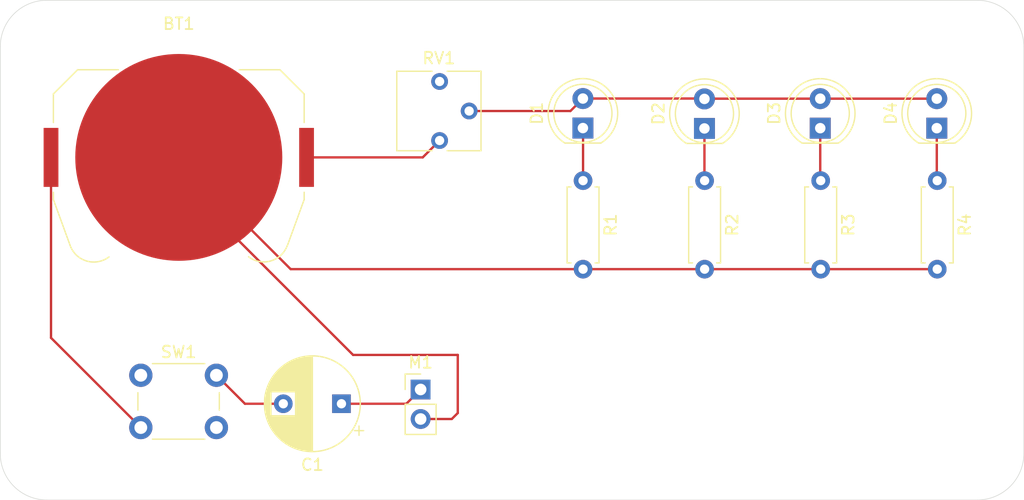
<source format=kicad_pcb>
(kicad_pcb (version 20241229) (generator "pcbnew") (generator_version "9.0")
  (layers (0 "F.Cu" signal) (2 "B.Cu" signal) (13 "F.Paste" user) (15 "B.Paste" user) (5 "F.SilkS" user "F.Silkscreen") (7 "B.SilkS" user "B.Silkscreen") (1 "F.Mask" user) (3 "B.Mask" user) (25 "Edge.Cuts" user))
  (net 0 "")
  (net 1 "Net-(BT1--)")
  (net 2 "Net-(BT1-+)")
  (net 3 "Net-(M1-+)")
  (net 4 "Net-(D1-K)")
  (net 5 "Net-(D1-A)")
  (net 6 "Net-(D2-K)")
  (net 7 "Net-(D3-K)")
  (net 8 "Net-(D4-K)")
  (net 10 "Net-(C1-Pad2)")
  (footprint "LED_THT:LED_D5.0mm" (layer "F.Cu") (at 152.757951 87.476061 90)
    (property "Reference" "D1" (at 1.27 -3.96 90) (layer "F.SilkS"))
    (property "Value" "LED")
    (fp_line (start -1.29 -1.545) (end -1.29 1.545) (stroke (width 0.12)) (layer "F.SilkS"))
    (fp_arc (start -1.29 -1.54483) (mid 2.071756 -2.880501) (end 4.26 -0.000048) (stroke (width 0.12)) (layer "F.SilkS"))
    (fp_arc (start 4.26 0.000048) (mid 2.071756 2.880501) (end -1.29 1.54483) (stroke (width 0.12)) (layer "F.SilkS"))
    (fp_circle (center 1.27 0) (end 3.77 0) (stroke (width 0.12)) (fill no) (layer "F.SilkS"))
    (pad "1" thru_hole rect (at 0 0 90) (size 1.8 1.8) (drill 0.9) (layers "*.Cu" "*.Mask") (net 4 "Net-(D1-K)"))
    (pad "2" thru_hole circle (at 2.54 0 90) (size 1.8 1.8) (drill 0.9) (layers "*.Cu" "*.Mask") (net 5 "Net-(D1-A)"))
  )
  (footprint "Resistor_THT:R_Axial_DIN0207_L6.3mm_D2.5mm_P7.62mm_Horizontal" (layer "F.Cu") (at 173.201831 92 -90)
    (property "Reference" "R3" (at 3.81 -2.37 90) (layer "F.SilkS"))
    (property "Value" "R")
    (fp_line (start 0.54 1.37) (end 7.08 1.37) (stroke (width 0.12)) (layer "F.SilkS"))
    (fp_line (start 7.08 1.37) (end 7.08 1.04) (stroke (width 0.12)) (layer "F.SilkS"))
    (fp_line (start 0.54 1.04) (end 0.54 1.37) (stroke (width 0.12)) (layer "F.SilkS"))
    (fp_line (start 0.54 -1.04) (end 0.54 -1.37) (stroke (width 0.12)) (layer "F.SilkS"))
    (fp_line (start 0.54 -1.37) (end 7.08 -1.37) (stroke (width 0.12)) (layer "F.SilkS"))
    (fp_line (start 7.08 -1.37) (end 7.08 -1.04) (stroke (width 0.12)) (layer "F.SilkS"))
    (pad "1" thru_hole circle (at 0 0 270) (size 1.6 1.6) (drill 0.8) (layers "*.Cu" "*.Mask") (net 7 "Net-(D3-K)"))
    (pad "2" thru_hole oval (at 7.62 0 270) (size 1.6 1.6) (drill 0.8) (layers "*.Cu" "*.Mask") (net 1 "Net-(BT1--)"))
  )
  (footprint "Resistor_THT:R_Axial_DIN0207_L6.3mm_D2.5mm_P7.62mm_Horizontal" (layer "F.Cu") (at 183.221374 92 -90)
    (property "Reference" "R4" (at 3.81 -2.37 90) (layer "F.SilkS"))
    (property "Value" "R")
    (fp_line (start 0.54 1.37) (end 7.08 1.37) (stroke (width 0.12)) (layer "F.SilkS"))
    (fp_line (start 7.08 1.37) (end 7.08 1.04) (stroke (width 0.12)) (layer "F.SilkS"))
    (fp_line (start 0.54 1.04) (end 0.54 1.37) (stroke (width 0.12)) (layer "F.SilkS"))
    (fp_line (start 0.54 -1.04) (end 0.54 -1.37) (stroke (width 0.12)) (layer "F.SilkS"))
    (fp_line (start 0.54 -1.37) (end 7.08 -1.37) (stroke (width 0.12)) (layer "F.SilkS"))
    (fp_line (start 7.08 -1.37) (end 7.08 -1.04) (stroke (width 0.12)) (layer "F.SilkS"))
    (pad "1" thru_hole circle (at 0 0 270) (size 1.6 1.6) (drill 0.8) (layers "*.Cu" "*.Mask") (net 8 "Net-(D4-K)"))
    (pad "2" thru_hole oval (at 7.62 0 270) (size 1.6 1.6) (drill 0.8) (layers "*.Cu" "*.Mask") (net 1 "Net-(BT1--)"))
  )
  (footprint "Connector_PinHeader_2.54mm:PinHeader_1x02_P2.54mm_Vertical" (layer "F.Cu") (at 138.806435 109.974528)
    (property "Reference" "M1" (at 0 -2.33 0) (layer "F.SilkS"))
    (property "Value" "Motor_DC")
    (fp_line (start -1.33 -1.33) (end 0 -1.33) (stroke (width 0.12)) (layer "F.SilkS"))
    (fp_line (start -1.33 0) (end -1.33 -1.33) (stroke (width 0.12)) (layer "F.SilkS"))
    (fp_line (start -1.33 1.27) (end -1.33 3.87) (stroke (width 0.12)) (layer "F.SilkS"))
    (fp_line (start -1.33 1.27) (end 1.33 1.27) (stroke (width 0.12)) (layer "F.SilkS"))
    (fp_line (start -1.33 3.87) (end 1.33 3.87) (stroke (width 0.12)) (layer "F.SilkS"))
    (fp_line (start 1.33 1.27) (end 1.33 3.87) (stroke (width 0.12)) (layer "F.SilkS"))
    (pad "1" thru_hole rect (at 0 0) (size 1.7 1.7) (drill 1) (layers "*.Cu" "*.Mask") (net 3 "Net-(M1-+)"))
    (pad "2" thru_hole oval (at 0 2.54) (size 1.7 1.7) (drill 1) (layers "*.Cu" "*.Mask") (net 1 "Net-(BT1--)"))
  )
  (footprint "Button_Switch_THT:SW_PUSH_6mm" (layer "F.Cu") (at 114.75 108.75)
    (property "Reference" "SW1" (at 3.25 -2 0) (layer "F.SilkS"))
    (property "Value" "SW_Push")
    (fp_line (start -0.25 1.5) (end -0.25 3) (stroke (width 0.12)) (layer "F.SilkS"))
    (fp_line (start 1 5.5) (end 5.5 5.5) (stroke (width 0.12)) (layer "F.SilkS"))
    (fp_line (start 5.5 -1) (end 1 -1) (stroke (width 0.12)) (layer "F.SilkS"))
    (fp_line (start 6.75 3) (end 6.75 1.5) (stroke (width 0.12)) (layer "F.SilkS"))
    (pad "1" thru_hole circle (at 0 0 90) (size 2 2) (drill 1.1) (layers "*.Cu" "*.Mask") (net 10 "Net-(C1-Pad2)"))
    (pad "1" thru_hole circle (at 6.5 0 90) (size 2 2) (drill 1.1) (layers "*.Cu" "*.Mask") (net 10 "Net-(C1-Pad2)"))
    (pad "2" thru_hole circle (at 0 4.5 90) (size 2 2) (drill 1.1) (layers "*.Cu" "*.Mask") (net 2 "Net-(BT1-+)"))
    (pad "2" thru_hole circle (at 6.5 4.5 90) (size 2 2) (drill 1.1) (layers "*.Cu" "*.Mask") (net 2 "Net-(BT1-+)"))
  )
  (footprint "Capacitor_THT:CP_Radial_D8.0mm_P5.00mm" (layer "F.Cu") (at 132 111.201326 180)
    (property "Reference" "C1" (at 2.5 -5.25 0) (layer "F.SilkS"))
    (property "Value" "C")
    (fp_line (start 6.581 -0.533) (end 6.581 0.533) (stroke (width 0.12)) (layer "F.SilkS"))
    (fp_line (start 6.541 -0.768) (end 6.541 0.768) (stroke (width 0.12)) (layer "F.SilkS"))
    (fp_line (start 6.501 -0.948) (end 6.501 0.948) (stroke (width 0.12)) (layer "F.SilkS"))
    (fp_line (start 6.461 -1.098) (end 6.461 1.098) (stroke (width 0.12)) (layer "F.SilkS"))
    (fp_line (start 6.421 -1.229) (end 6.421 1.229) (stroke (width 0.12)) (layer "F.SilkS"))
    (fp_line (start 6.381 -1.346) (end 6.381 1.346) (stroke (width 0.12)) (layer "F.SilkS"))
    (fp_line (start 6.341 -1.453) (end 6.341 1.453) (stroke (width 0.12)) (layer "F.SilkS"))
    (fp_line (start 6.301 -1.552) (end 6.301 1.552) (stroke (width 0.12)) (layer "F.SilkS"))
    (fp_line (start 6.261 -1.645) (end 6.261 1.645) (stroke (width 0.12)) (layer "F.SilkS"))
    (fp_line (start 6.221 -1.731) (end 6.221 1.731) (stroke (width 0.12)) (layer "F.SilkS"))
    (fp_line (start 6.181 -1.813) (end 6.181 1.813) (stroke (width 0.12)) (layer "F.SilkS"))
    (fp_line (start 6.141 -1.89) (end 6.141 1.89) (stroke (width 0.12)) (layer "F.SilkS"))
    (fp_line (start 6.101 -1.964) (end 6.101 1.964) (stroke (width 0.12)) (layer "F.SilkS"))
    (fp_line (start 6.061 -2.034) (end 6.061 2.034) (stroke (width 0.12)) (layer "F.SilkS"))
    (fp_line (start 6.021 1.04) (end 6.021 2.102) (stroke (width 0.12)) (layer "F.SilkS"))
    (fp_line (start 6.021 -2.102) (end 6.021 -1.04) (stroke (width 0.12)) (layer "F.SilkS"))
    (fp_line (start 5.981 1.04) (end 5.981 2.166) (stroke (width 0.12)) (layer "F.SilkS"))
    (fp_line (start 5.981 -2.166) (end 5.981 -1.04) (stroke (width 0.12)) (layer "F.SilkS"))
    (fp_line (start 5.941 1.04) (end 5.941 2.228) (stroke (width 0.12)) (layer "F.SilkS"))
    (fp_line (start 5.941 -2.228) (end 5.941 -1.04) (stroke (width 0.12)) (layer "F.SilkS"))
    (fp_line (start 5.901 1.04) (end 5.901 2.287) (stroke (width 0.12)) (layer "F.SilkS"))
    (fp_line (start 5.901 -2.287) (end 5.901 -1.04) (stroke (width 0.12)) (layer "F.SilkS"))
    (fp_line (start 5.861 1.04) (end 5.861 2.345) (stroke (width 0.12)) (layer "F.SilkS"))
    (fp_line (start 5.861 -2.345) (end 5.861 -1.04) (stroke (width 0.12)) (layer "F.SilkS"))
    (fp_line (start 5.821 1.04) (end 5.821 2.4) (stroke (width 0.12)) (layer "F.SilkS"))
    (fp_line (start 5.821 -2.4) (end 5.821 -1.04) (stroke (width 0.12)) (layer "F.SilkS"))
    (fp_line (start 5.781 1.04) (end 5.781 2.454) (stroke (width 0.12)) (layer "F.SilkS"))
    (fp_line (start 5.781 -2.454) (end 5.781 -1.04) (stroke (width 0.12)) (layer "F.SilkS"))
    (fp_line (start 5.741 1.04) (end 5.741 2.505) (stroke (width 0.12)) (layer "F.SilkS"))
    (fp_line (start 5.741 -2.505) (end 5.741 -1.04) (stroke (width 0.12)) (layer "F.SilkS"))
    (fp_line (start 5.701 1.04) (end 5.701 2.556) (stroke (width 0.12)) (layer "F.SilkS"))
    (fp_line (start 5.701 -2.556) (end 5.701 -1.04) (stroke (width 0.12)) (layer "F.SilkS"))
    (fp_line (start 5.661 1.04) (end 5.661 2.604) (stroke (width 0.12)) (layer "F.SilkS"))
    (fp_line (start 5.661 -2.604) (end 5.661 -1.04) (stroke (width 0.12)) (layer "F.SilkS"))
    (fp_line (start 5.621 1.04) (end 5.621 2.651) (stroke (width 0.12)) (layer "F.SilkS"))
    (fp_line (start 5.621 -2.651) (end 5.621 -1.04) (stroke (width 0.12)) (layer "F.SilkS"))
    (fp_line (start 5.581 1.04) (end 5.581 2.697) (stroke (width 0.12)) (layer "F.SilkS"))
    (fp_line (start 5.581 -2.697) (end 5.581 -1.04) (stroke (width 0.12)) (layer "F.SilkS"))
    (fp_line (start 5.541 1.04) (end 5.541 2.741) (stroke (width 0.12)) (layer "F.SilkS"))
    (fp_line (start 5.541 -2.741) (end 5.541 -1.04) (stroke (width 0.12)) (layer "F.SilkS"))
    (fp_line (start 5.501 1.04) (end 5.501 2.784) (stroke (width 0.12)) (layer "F.SilkS"))
    (fp_line (start 5.501 -2.784) (end 5.501 -1.04) (stroke (width 0.12)) (layer "F.SilkS"))
    (fp_line (start 5.461 1.04) (end 5.461 2.826) (stroke (width 0.12)) (layer "F.SilkS"))
    (fp_line (start 5.461 -2.826) (end 5.461 -1.04) (stroke (width 0.12)) (layer "F.SilkS"))
    (fp_line (start 5.421 1.04) (end 5.421 2.867) (stroke (width 0.12)) (layer "F.SilkS"))
    (fp_line (start 5.421 -2.867) (end 5.421 -1.04) (stroke (width 0.12)) (layer "F.SilkS"))
    (fp_line (start 5.381 1.04) (end 5.381 2.907) (stroke (width 0.12)) (layer "F.SilkS"))
    (fp_line (start 5.381 -2.907) (end 5.381 -1.04) (stroke (width 0.12)) (layer "F.SilkS"))
    (fp_line (start 5.341 1.04) (end 5.341 2.945) (stroke (width 0.12)) (layer "F.SilkS"))
    (fp_line (start 5.341 -2.945) (end 5.341 -1.04) (stroke (width 0.12)) (layer "F.SilkS"))
    (fp_line (start 5.301 1.04) (end 5.301 2.983) (stroke (width 0.12)) (layer "F.SilkS"))
    (fp_line (start 5.301 -2.983) (end 5.301 -1.04) (stroke (width 0.12)) (layer "F.SilkS"))
    (fp_line (start 5.261 1.04) (end 5.261 3.019) (stroke (width 0.12)) (layer "F.SilkS"))
    (fp_line (start 5.261 -3.019) (end 5.261 -1.04) (stroke (width 0.12)) (layer "F.SilkS"))
    (fp_line (start 5.221 1.04) (end 5.221 3.055) (stroke (width 0.12)) (layer "F.SilkS"))
    (fp_line (start 5.221 -3.055) (end 5.221 -1.04) (stroke (width 0.12)) (layer "F.SilkS"))
    (fp_line (start 5.181 1.04) (end 5.181 3.09) (stroke (width 0.12)) (layer "F.SilkS"))
    (fp_line (start 5.181 -3.09) (end 5.181 -1.04) (stroke (width 0.12)) (layer "F.SilkS"))
    (fp_line (start 5.141 1.04) (end 5.141 3.124) (stroke (width 0.12)) (layer "F.SilkS"))
    (fp_line (start 5.141 -3.124) (end 5.141 -1.04) (stroke (width 0.12)) (layer "F.SilkS"))
    (fp_line (start 5.101 1.04) (end 5.101 3.156) (stroke (width 0.12)) (layer "F.SilkS"))
    (fp_line (start 5.101 -3.156) (end 5.101 -1.04) (stroke (width 0.12)) (layer "F.SilkS"))
    (fp_line (start 5.061 1.04) (end 5.061 3.189) (stroke (width 0.12)) (layer "F.SilkS"))
    (fp_line (start 5.061 -3.189) (end 5.061 -1.04) (stroke (width 0.12)) (layer "F.SilkS"))
    (fp_line (start 5.021 1.04) (end 5.021 3.22) (stroke (width 0.12)) (layer "F.SilkS"))
    (fp_line (start 5.021 -3.22) (end 5.021 -1.04) (stroke (width 0.12)) (layer "F.SilkS"))
    (fp_line (start 4.981 1.04) (end 4.981 3.25) (stroke (width 0.12)) (layer "F.SilkS"))
    (fp_line (start 4.981 -3.25) (end 4.981 -1.04) (stroke (width 0.12)) (layer "F.SilkS"))
    (fp_line (start 4.941 1.04) (end 4.941 3.28) (stroke (width 0.12)) (layer "F.SilkS"))
    (fp_line (start 4.941 -3.28) (end 4.941 -1.04) (stroke (width 0.12)) (layer "F.SilkS"))
    (fp_line (start 4.901 1.04) (end 4.901 3.309) (stroke (width 0.12)) (layer "F.SilkS"))
    (fp_line (start 4.901 -3.309) (end 4.901 -1.04) (stroke (width 0.12)) (layer "F.SilkS"))
    (fp_line (start 4.861 1.04) (end 4.861 3.338) (stroke (width 0.12)) (layer "F.SilkS"))
    (fp_line (start 4.861 -3.338) (end 4.861 -1.04) (stroke (width 0.12)) (layer "F.SilkS"))
    (fp_line (start 4.821 1.04) (end 4.821 3.365) (stroke (width 0.12)) (layer "F.SilkS"))
    (fp_line (start 4.821 -3.365) (end 4.821 -1.04) (stroke (width 0.12)) (layer "F.SilkS"))
    (fp_line (start 4.781 1.04) (end 4.781 3.392) (stroke (width 0.12)) (layer "F.SilkS"))
    (fp_line (start 4.781 -3.392) (end 4.781 -1.04) (stroke (width 0.12)) (layer "F.SilkS"))
    (fp_line (start 4.741 1.04) (end 4.741 3.418) (stroke (width 0.12)) (layer "F.SilkS"))
    (fp_line (start 4.741 -3.418) (end 4.741 -1.04) (stroke (width 0.12)) (layer "F.SilkS"))
    (fp_line (start 4.701 1.04) (end 4.701 3.444) (stroke (width 0.12)) (layer "F.SilkS"))
    (fp_line (start 4.701 -3.444) (end 4.701 -1.04) (stroke (width 0.12)) (layer "F.SilkS"))
    (fp_line (start 4.661 1.04) (end 4.661 3.469) (stroke (width 0.12)) (layer "F.SilkS"))
    (fp_line (start 4.661 -3.469) (end 4.661 -1.04) (stroke (width 0.12)) (layer "F.SilkS"))
    (fp_line (start 4.621 1.04) (end 4.621 3.493) (stroke (width 0.12)) (layer "F.SilkS"))
    (fp_line (start 4.621 -3.493) (end 4.621 -1.04) (stroke (width 0.12)) (layer "F.SilkS"))
    (fp_line (start 4.581 1.04) (end 4.581 3.517) (stroke (width 0.12)) (layer "F.SilkS"))
    (fp_line (start 4.581 -3.517) (end 4.581 -1.04) (stroke (width 0.12)) (layer "F.SilkS"))
    (fp_line (start 4.541 1.04) (end 4.541 3.54) (stroke (width 0.12)) (layer "F.SilkS"))
    (fp_line (start 4.541 -3.54) (end 4.541 -1.04) (stroke (width 0.12)) (layer "F.SilkS"))
    (fp_line (start 4.501 1.04) (end 4.501 3.562) (stroke (width 0.12)) (layer "F.SilkS"))
    (fp_line (start 4.501 -3.562) (end 4.501 -1.04) (stroke (width 0.12)) (layer "F.SilkS"))
    (fp_line (start 4.461 1.04) (end 4.461 3.584) (stroke (width 0.12)) (layer "F.SilkS"))
    (fp_line (start 4.461 -3.584) (end 4.461 -1.04) (stroke (width 0.12)) (layer "F.SilkS"))
    (fp_line (start 4.421 1.04) (end 4.421 3.606) (stroke (width 0.12)) (layer "F.SilkS"))
    (fp_line (start 4.421 -3.606) (end 4.421 -1.04) (stroke (width 0.12)) (layer "F.SilkS"))
    (fp_line (start 4.381 1.04) (end 4.381 3.627) (stroke (width 0.12)) (layer "F.SilkS"))
    (fp_line (start 4.381 -3.627) (end 4.381 -1.04) (stroke (width 0.12)) (layer "F.SilkS"))
    (fp_line (start 4.341 1.04) (end 4.341 3.647) (stroke (width 0.12)) (layer "F.SilkS"))
    (fp_line (start 4.341 -3.647) (end 4.341 -1.04) (stroke (width 0.12)) (layer "F.SilkS"))
    (fp_line (start 4.301 1.04) (end 4.301 3.666) (stroke (width 0.12)) (layer "F.SilkS"))
    (fp_line (start 4.301 -3.666) (end 4.301 -1.04) (stroke (width 0.12)) (layer "F.SilkS"))
    (fp_line (start 4.261 1.04) (end 4.261 3.686) (stroke (width 0.12)) (layer "F.SilkS"))
    (fp_line (start 4.261 -3.686) (end 4.261 -1.04) (stroke (width 0.12)) (layer "F.SilkS"))
    (fp_line (start 4.221 1.04) (end 4.221 3.704) (stroke (width 0.12)) (layer "F.SilkS"))
    (fp_line (start 4.221 -3.704) (end 4.221 -1.04) (stroke (width 0.12)) (layer "F.SilkS"))
    (fp_line (start 4.181 1.04) (end 4.181 3.722) (stroke (width 0.12)) (layer "F.SilkS"))
    (fp_line (start 4.181 -3.722) (end 4.181 -1.04) (stroke (width 0.12)) (layer "F.SilkS"))
    (fp_line (start 4.141 1.04) (end 4.141 3.74) (stroke (width 0.12)) (layer "F.SilkS"))
    (fp_line (start 4.141 -3.74) (end 4.141 -1.04) (stroke (width 0.12)) (layer "F.SilkS"))
    (fp_line (start 4.101 1.04) (end 4.101 3.757) (stroke (width 0.12)) (layer "F.SilkS"))
    (fp_line (start 4.101 -3.757) (end 4.101 -1.04) (stroke (width 0.12)) (layer "F.SilkS"))
    (fp_line (start 4.061 1.04) (end 4.061 3.774) (stroke (width 0.12)) (layer "F.SilkS"))
    (fp_line (start 4.061 -3.774) (end 4.061 -1.04) (stroke (width 0.12)) (layer "F.SilkS"))
    (fp_line (start 4.021 1.04) (end 4.021 3.79) (stroke (width 0.12)) (layer "F.SilkS"))
    (fp_line (start 4.021 -3.79) (end 4.021 -1.04) (stroke (width 0.12)) (layer "F.SilkS"))
    (fp_line (start 3.981 1.04) (end 3.981 3.805) (stroke (width 0.12)) (layer "F.SilkS"))
    (fp_line (start 3.981 -3.805) (end 3.981 -1.04) (stroke (width 0.12)) (layer "F.SilkS"))
    (fp_line (start 3.941 -3.821) (end 3.941 3.821) (stroke (width 0.12)) (layer "F.SilkS"))
    (fp_line (start 3.901 -3.835) (end 3.901 3.835) (stroke (width 0.12)) (layer "F.SilkS"))
    (fp_line (start 3.861 -3.85) (end 3.861 3.85) (stroke (width 0.12)) (layer "F.SilkS"))
    (fp_line (start 3.821 -3.863) (end 3.821 3.863) (stroke (width 0.12)) (layer "F.SilkS"))
    (fp_line (start 3.781 -3.877) (end 3.781 3.877) (stroke (width 0.12)) (layer "F.SilkS"))
    (fp_line (start 3.741 -3.889) (end 3.741 3.889) (stroke (width 0.12)) (layer "F.SilkS"))
    (fp_line (start 3.701 -3.902) (end 3.701 3.902) (stroke (width 0.12)) (layer "F.SilkS"))
    (fp_line (start 3.661 -3.914) (end 3.661 3.914) (stroke (width 0.12)) (layer "F.SilkS"))
    (fp_line (start 3.621 -3.925) (end 3.621 3.925) (stroke (width 0.12)) (layer "F.SilkS"))
    (fp_line (start 3.581 -3.936) (end 3.581 3.936) (stroke (width 0.12)) (layer "F.SilkS"))
    (fp_line (start 3.541 -3.947) (end 3.541 3.947) (stroke (width 0.12)) (layer "F.SilkS"))
    (fp_line (start 3.501 -3.957) (end 3.501 3.957) (stroke (width 0.12)) (layer "F.SilkS"))
    (fp_line (start 3.461 -3.967) (end 3.461 3.967) (stroke (width 0.12)) (layer "F.SilkS"))
    (fp_line (start 3.421 -3.976) (end 3.421 3.976) (stroke (width 0.12)) (layer "F.SilkS"))
    (fp_line (start 3.381 -3.985) (end 3.381 3.985) (stroke (width 0.12)) (layer "F.SilkS"))
    (fp_line (start 3.341 -3.994) (end 3.341 3.994) (stroke (width 0.12)) (layer "F.SilkS"))
    (fp_line (start 3.301 -4.002) (end 3.301 4.002) (stroke (width 0.12)) (layer "F.SilkS"))
    (fp_line (start 3.261 -4.01) (end 3.261 4.01) (stroke (width 0.12)) (layer "F.SilkS"))
    (fp_line (start 3.221 -4.017) (end 3.221 4.017) (stroke (width 0.12)) (layer "F.SilkS"))
    (fp_line (start 3.18 -4.024) (end 3.18 4.024) (stroke (width 0.12)) (layer "F.SilkS"))
    (fp_line (start 3.14 -4.03) (end 3.14 4.03) (stroke (width 0.12)) (layer "F.SilkS"))
    (fp_line (start 3.1 -4.037) (end 3.1 4.037) (stroke (width 0.12)) (layer "F.SilkS"))
    (fp_line (start 3.06 -4.042) (end 3.06 4.042) (stroke (width 0.12)) (layer "F.SilkS"))
    (fp_line (start 3.02 -4.048) (end 3.02 4.048) (stroke (width 0.12)) (layer "F.SilkS"))
    (fp_line (start 2.98 -4.052) (end 2.98 4.052) (stroke (width 0.12)) (layer "F.SilkS"))
    (fp_line (start 2.94 -4.057) (end 2.94 4.057) (stroke (width 0.12)) (layer "F.SilkS"))
    (fp_line (start 2.9 -4.061) (end 2.9 4.061) (stroke (width 0.12)) (layer "F.SilkS"))
    (fp_line (start 2.86 -4.065) (end 2.86 4.065) (stroke (width 0.12)) (layer "F.SilkS"))
    (fp_line (start 2.82 -4.068) (end 2.82 4.068) (stroke (width 0.12)) (layer "F.SilkS"))
    (fp_line (start 2.78 -4.071) (end 2.78 4.071) (stroke (width 0.12)) (layer "F.SilkS"))
    (fp_line (start 2.74 -4.074) (end 2.74 4.074) (stroke (width 0.12)) (layer "F.SilkS"))
    (fp_line (start 2.7 -4.076) (end 2.7 4.076) (stroke (width 0.12)) (layer "F.SilkS"))
    (fp_line (start 2.66 -4.077) (end 2.66 4.077) (stroke (width 0.12)) (layer "F.SilkS"))
    (fp_line (start 2.62 -4.079) (end 2.62 4.079) (stroke (width 0.12)) (layer "F.SilkS"))
    (fp_line (start 2.58 -4.08) (end 2.58 4.08) (stroke (width 0.12)) (layer "F.SilkS"))
    (fp_line (start 2.54 -4.08) (end 2.54 4.08) (stroke (width 0.12)) (layer "F.SilkS"))
    (fp_line (start 2.5 -4.08) (end 2.5 4.08) (stroke (width 0.12)) (layer "F.SilkS"))
    (fp_line (start -1.509698 -2.715) (end -1.509698 -1.915) (stroke (width 0.12)) (layer "F.SilkS"))
    (fp_line (start -1.909698 -2.315) (end -1.109698 -2.315) (stroke (width 0.12)) (layer "F.SilkS"))
    (fp_circle (center 2.5 0) (end 6.62 0) (stroke (width 0.12)) (fill no) (layer "F.SilkS"))
    (pad "1" thru_hole rect (at 0 0 180) (size 1.6 1.6) (drill 0.8) (layers "*.Cu" "*.Mask") (net 3 "Net-(M1-+)"))
    (pad "2" thru_hole circle (at 5 0 180) (size 1.6 1.6) (drill 0.8) (layers "*.Cu" "*.Mask") (net 10 "Net-(C1-Pad2)"))
  )
  (footprint "Potentiometer_THT:Potentiometer_Vishay_T73YP_Vertical" (layer "F.Cu") (at 140.438249 88.548123)
    (property "Reference" "RV1" (at -0.06 -7.09 0) (layer "F.SilkS"))
    (property "Value" "R_Potentiometer")
    (fp_line (start -3.68 -5.96) (end -3.68 0.88) (stroke (width 0.12)) (layer "F.SilkS"))
    (fp_line (start -3.68 -5.96) (end -0.65 -5.96) (stroke (width 0.12)) (layer "F.SilkS"))
    (fp_line (start -3.68 0.88) (end -0.65 0.88) (stroke (width 0.12)) (layer "F.SilkS"))
    (fp_line (start 0.65 -5.96) (end 3.56 -5.96) (stroke (width 0.12)) (layer "F.SilkS"))
    (fp_line (start 0.65 0.88) (end 3.56 0.88) (stroke (width 0.12)) (layer "F.SilkS"))
    (fp_line (start 3.56 -5.96) (end 3.56 0.88) (stroke (width 0.12)) (layer "F.SilkS"))
    (pad "1" thru_hole circle (at 0 0) (size 1.44 1.44) (drill 0.8) (layers "*.Cu" "*.Mask") (net 2 "Net-(BT1-+)"))
    (pad "2" thru_hole circle (at 2.54 -2.54) (size 1.44 1.44) (drill 0.8) (layers "*.Cu" "*.Mask") (net 5 "Net-(D1-A)"))
    (pad "3" thru_hole circle (at 0 -5.08) (size 1.44 1.44) (drill 0.8) (layers "*.Cu" "*.Mask"))
  )
  (footprint "LED_THT:LED_D5.0mm" (layer "F.Cu") (at 163.207704 87.508298 90)
    (property "Reference" "D2" (at 1.27 -3.96 90) (layer "F.SilkS"))
    (property "Value" "LED")
    (fp_line (start -1.29 -1.545) (end -1.29 1.545) (stroke (width 0.12)) (layer "F.SilkS"))
    (fp_arc (start -1.29 -1.54483) (mid 2.071756 -2.880501) (end 4.26 -0.000048) (stroke (width 0.12)) (layer "F.SilkS"))
    (fp_arc (start 4.26 0.000048) (mid 2.071756 2.880501) (end -1.29 1.54483) (stroke (width 0.12)) (layer "F.SilkS"))
    (fp_circle (center 1.27 0) (end 3.77 0) (stroke (width 0.12)) (fill no) (layer "F.SilkS"))
    (pad "1" thru_hole rect (at 0 0 90) (size 1.8 1.8) (drill 0.9) (layers "*.Cu" "*.Mask") (net 6 "Net-(D2-K)"))
    (pad "2" thru_hole circle (at 2.54 0 90) (size 1.8 1.8) (drill 0.9) (layers "*.Cu" "*.Mask") (net 5 "Net-(D1-A)"))
  )
  (footprint "LED_THT:LED_D5.0mm" (layer "F.Cu") (at 173.162693 87.485275 90)
    (property "Reference" "D3" (at 1.27 -3.96 90) (layer "F.SilkS"))
    (property "Value" "LED")
    (fp_line (start -1.29 -1.545) (end -1.29 1.545) (stroke (width 0.12)) (layer "F.SilkS"))
    (fp_arc (start -1.29 -1.54483) (mid 2.071756 -2.880501) (end 4.26 -0.000048) (stroke (width 0.12)) (layer "F.SilkS"))
    (fp_arc (start 4.26 0.000048) (mid 2.071756 2.880501) (end -1.29 1.54483) (stroke (width 0.12)) (layer "F.SilkS"))
    (fp_circle (center 1.27 0) (end 3.77 0) (stroke (width 0.12)) (fill no) (layer "F.SilkS"))
    (pad "1" thru_hole rect (at 0 0 90) (size 1.8 1.8) (drill 0.9) (layers "*.Cu" "*.Mask") (net 7 "Net-(D3-K)"))
    (pad "2" thru_hole circle (at 2.54 0 90) (size 1.8 1.8) (drill 0.9) (layers "*.Cu" "*.Mask") (net 5 "Net-(D1-A)"))
  )
  (footprint "LED_THT:LED_D5.0mm" (layer "F.Cu") (at 183.182235 87.485275 90)
    (property "Reference" "D4" (at 1.27 -3.96 90) (layer "F.SilkS"))
    (property "Value" "LED")
    (fp_line (start -1.29 -1.545) (end -1.29 1.545) (stroke (width 0.12)) (layer "F.SilkS"))
    (fp_arc (start -1.29 -1.54483) (mid 2.071756 -2.880501) (end 4.26 -0.000048) (stroke (width 0.12)) (layer "F.SilkS"))
    (fp_arc (start 4.26 0.000048) (mid 2.071756 2.880501) (end -1.29 1.54483) (stroke (width 0.12)) (layer "F.SilkS"))
    (fp_circle (center 1.27 0) (end 3.77 0) (stroke (width 0.12)) (fill no) (layer "F.SilkS"))
    (pad "1" thru_hole rect (at 0 0 90) (size 1.8 1.8) (drill 0.9) (layers "*.Cu" "*.Mask") (net 8 "Net-(D4-K)"))
    (pad "2" thru_hole circle (at 2.54 0 90) (size 1.8 1.8) (drill 0.9) (layers "*.Cu" "*.Mask") (net 5 "Net-(D1-A)"))
  )
  (footprint "Resistor_THT:R_Axial_DIN0207_L6.3mm_D2.5mm_P7.62mm_Horizontal" (layer "F.Cu") (at 163.221428 92 -90)
    (property "Reference" "R2" (at 3.81 -2.37 90) (layer "F.SilkS"))
    (property "Value" "R")
    (fp_line (start 0.54 1.37) (end 7.08 1.37) (stroke (width 0.12)) (layer "F.SilkS"))
    (fp_line (start 7.08 1.37) (end 7.08 1.04) (stroke (width 0.12)) (layer "F.SilkS"))
    (fp_line (start 0.54 1.04) (end 0.54 1.37) (stroke (width 0.12)) (layer "F.SilkS"))
    (fp_line (start 0.54 -1.04) (end 0.54 -1.37) (stroke (width 0.12)) (layer "F.SilkS"))
    (fp_line (start 0.54 -1.37) (end 7.08 -1.37) (stroke (width 0.12)) (layer "F.SilkS"))
    (fp_line (start 7.08 -1.37) (end 7.08 -1.04) (stroke (width 0.12)) (layer "F.SilkS"))
    (pad "1" thru_hole circle (at 0 0 270) (size 1.6 1.6) (drill 0.8) (layers "*.Cu" "*.Mask") (net 6 "Net-(D2-K)"))
    (pad "2" thru_hole oval (at 7.62 0 270) (size 1.6 1.6) (drill 0.8) (layers "*.Cu" "*.Mask") (net 1 "Net-(BT1--)"))
  )
  (footprint "Resistor_THT:R_Axial_DIN0207_L6.3mm_D2.5mm_P7.62mm_Horizontal" (layer "F.Cu") (at 152.771358 92 -90)
    (property "Reference" "R1" (at 3.81 -2.37 90) (layer "F.SilkS"))
    (property "Value" "R")
    (fp_line (start 0.54 1.37) (end 7.08 1.37) (stroke (width 0.12)) (layer "F.SilkS"))
    (fp_line (start 7.08 1.37) (end 7.08 1.04) (stroke (width 0.12)) (layer "F.SilkS"))
    (fp_line (start 0.54 1.04) (end 0.54 1.37) (stroke (width 0.12)) (layer "F.SilkS"))
    (fp_line (start 0.54 -1.04) (end 0.54 -1.37) (stroke (width 0.12)) (layer "F.SilkS"))
    (fp_line (start 0.54 -1.37) (end 7.08 -1.37) (stroke (width 0.12)) (layer "F.SilkS"))
    (fp_line (start 7.08 -1.37) (end 7.08 -1.04) (stroke (width 0.12)) (layer "F.SilkS"))
    (pad "1" thru_hole circle (at 0 0 270) (size 1.6 1.6) (drill 0.8) (layers "*.Cu" "*.Mask") (net 4 "Net-(D1-K)"))
    (pad "2" thru_hole oval (at 7.62 0 270) (size 1.6 1.6) (drill 0.8) (layers "*.Cu" "*.Mask") (net 1 "Net-(BT1--)"))
  )
  (footprint "Battery:BatteryHolder_Keystone_3034_1x20mm" (layer "F.Cu") (at 118.015 90)
    (property "Reference" "BT1" (at 0 -11.5 0) (layer "F.SilkS"))
    (property "Value" "Battery_Cell")
    (fp_line (start -10.78 -5.46) (end -10.78 -3) (stroke (width 0.12)) (layer "F.SilkS"))
    (fp_line (start -10.78 3) (end -10.78 3.63) (stroke (width 0.12)) (layer "F.SilkS"))
    (fp_line (start -10.78 3.63) (end -9.34 7.58) (stroke (width 0.12)) (layer "F.SilkS"))
    (fp_line (start -8.7 -7.54) (end -10.78 -5.46) (stroke (width 0.12)) (layer "F.SilkS"))
    (fp_line (start -5.2 -7.54) (end -8.7 -7.54) (stroke (width 0.12)) (layer "F.SilkS"))
    (fp_line (start 8.7 -7.54) (end 5.2 -7.54) (stroke (width 0.12)) (layer "F.SilkS"))
    (fp_line (start 8.7 -7.54) (end 10.78 -5.46) (stroke (width 0.12)) (layer "F.SilkS"))
    (fp_line (start 10.78 -5.46) (end 10.78 -3) (stroke (width 0.12)) (layer "F.SilkS"))
    (fp_line (start 10.78 3) (end 10.78 3.63) (stroke (width 0.12)) (layer "F.SilkS"))
    (fp_line (start 10.78 3.63) (end 9.34 7.58) (stroke (width 0.12)) (layer "F.SilkS"))
    (fp_arc (start -6.003354 8.56653) (mid -7.921654 8.918738) (end -9.34 7.58) (stroke (width 0.12)) (layer "F.SilkS"))
    (fp_arc (start 9.325243 7.588169) (mid 7.90634 8.911668) (end 6 8.55) (stroke (width 0.12)) (layer "F.SilkS"))
    (pad "1" smd rect (at -10.985 0) (size 1.27 5.08) (layers "F.Cu" "F.Mask" "F.Paste") (net 2 "Net-(BT1-+)"))
    (pad "1" smd rect (at 10.985 0) (size 1.27 5.08) (layers "F.Cu" "F.Mask" "F.Paste") (net 2 "Net-(BT1-+)"))
    (pad "2" smd circle (at 0 0) (size 17.8 17.8) (layers "F.Cu" "F.Mask") (net 1 "Net-(BT1--)"))
  )
  (gr_line (start 102.669155 115.480121) (end 102.669155 80.480121) (stroke (width 0.05)) (layer "Edge.Cuts"))
  (gr_arc (start 190.669155 115.480121) (mid 189.497582 118.308548) (end 186.669155 119.480121) (stroke (width 0.05)) (layer "Edge.Cuts"))
  (gr_arc (start 106.669155 119.480121) (mid 103.840728 118.308548) (end 102.669155 115.480121) (stroke (width 0.05)) (layer "Edge.Cuts"))
  (gr_line (start 190.669155 80.480121) (end 190.669155 115.480121) (stroke (width 0.05)) (layer "Edge.Cuts"))
  (gr_arc (start 102.669155 80.480121) (mid 103.840728 77.651694) (end 106.669155 76.480121) (stroke (width 0.05)) (layer "Edge.Cuts"))
  (gr_arc (start 186.669155 76.480121) (mid 189.497582 77.651694) (end 190.669155 80.480121) (stroke (width 0.05)) (layer "Edge.Cuts"))
  (gr_line (start 106.669155 76.480121) (end 186.669155 76.480121) (stroke (width 0.05)) (layer "Edge.Cuts"))
  (gr_line (start 186.669155 119.480121) (end 106.669155 119.480121) (stroke (width 0.05)) (layer "Edge.Cuts"))
  (segment (start 133 107) (end 118.015 92.015) (width 0.2) (layer "F.Cu") (net 1))
  (segment (start 127.635 99.62) (end 118.015 90) (width 0.2) (layer "F.Cu") (net 1))
  (segment (start 152.771358 99.62) (end 127.635 99.62) (width 0.2) (layer "F.Cu") (net 1))
  (segment (start 141.485472 112.514528) (end 142 112) (width 0.2) (layer "F.Cu") (net 1))
  (segment (start 142 112) (end 142 107) (width 0.2) (layer "F.Cu") (net 1))
  (segment (start 138.806435 112.514528) (end 141.485472 112.514528) (width 0.2) (layer "F.Cu") (net 1))
  (segment (start 183.221374 99.62) (end 152.771358 99.62) (width 0.2) (layer "F.Cu") (net 1))
  (segment (start 142 107) (end 133 107) (width 0.2) (layer "F.Cu") (net 1))
  (segment (start 118.015 92.015) (end 118.015 90) (width 0.2) (layer "F.Cu") (net 1))
  (segment (start 129 90) (end 138.986372 90) (width 0.2) (layer "F.Cu") (net 2))
  (segment (start 107.03 90) (end 107.03 105.53) (width 0.2) (layer "F.Cu") (net 2))
  (segment (start 107.03 105.53) (end 114.75 113.25) (width 0.2) (layer "F.Cu") (net 2))
  (segment (start 138.986372 90) (end 140.438249 88.548123) (width 0.2) (layer "F.Cu") (net 2))
  (segment (start 137.579637 111.201326) (end 138.806435 109.974528) (width 0.2) (layer "F.Cu") (net 3))
  (segment (start 132 111.201326) (end 137.579637 111.201326) (width 0.2) (layer "F.Cu") (net 3))
  (segment (start 152.771358 87.489468) (end 152.757951 87.476061) (width 0.2) (layer "F.Cu") (net 4))
  (segment (start 152.771358 92) (end 152.771358 87.489468) (width 0.2) (layer "F.Cu") (net 4))
  (segment (start 173.162693 84.945275) (end 183.182235 84.945275) (width 0.2) (layer "F.Cu") (net 5))
  (segment (start 163.991321 84.945275) (end 173.162693 84.945275) (width 0.2) (layer "F.Cu") (net 5))
  (segment (start 163.207704 84.968298) (end 163.968298 84.968298) (width 0.2) (layer "F.Cu") (net 5))
  (segment (start 163.968298 84.968298) (end 163.991321 84.945275) (width 0.2) (layer "F.Cu") (net 5))
  (segment (start 151.685889 86.008123) (end 152.757951 84.936061) (width 0.2) (layer "F.Cu") (net 5))
  (segment (start 163.175467 84.936061) (end 163.207704 84.968298) (width 0.2) (layer "F.Cu") (net 5))
  (segment (start 152.757951 84.936061) (end 163.175467 84.936061) (width 0.2) (layer "F.Cu") (net 5))
  (segment (start 142.978249 86.008123) (end 151.685889 86.008123) (width 0.2) (layer "F.Cu") (net 5))
  (segment (start 163.207704 91.986276) (end 163.221428 92) (width 0.2) (layer "F.Cu") (net 6))
  (segment (start 163.207704 87.508298) (end 163.207704 91.986276) (width 0.2) (layer "F.Cu") (net 6))
  (segment (start 173.162693 87.485275) (end 173.162693 91.960862) (width 0.2) (layer "F.Cu") (net 7))
  (segment (start 173.162693 91.960862) (end 173.201831 92) (width 0.2) (layer "F.Cu") (net 7))
  (segment (start 183.182235 91.960861) (end 183.221374 92) (width 0.2) (layer "F.Cu") (net 8))
  (segment (start 183.182235 87.485275) (end 183.182235 91.960861) (width 0.2) (layer "F.Cu") (net 8))
  (segment (start 121.25 108.75) (end 123.701326 111.201326) (width 0.2) (layer "F.Cu") (net 10))
  (segment (start 123.701326 111.201326) (end 127 111.201326) (width 0.2) (layer "F.Cu") (net 10))
)
</source>
